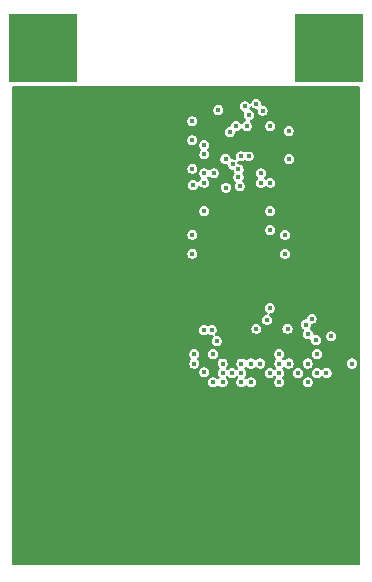
<source format=gbr>
%TF.GenerationSoftware,KiCad,Pcbnew,9.0.4-9.0.4-0~ubuntu24.04.1*%
%TF.CreationDate,2025-08-22T19:02:33+03:00*%
%TF.ProjectId,ThingsCore-1,5468696e-6773-4436-9f72-652d312e6b69,rev?*%
%TF.SameCoordinates,Original*%
%TF.FileFunction,Copper,L5,Inr*%
%TF.FilePolarity,Positive*%
%FSLAX46Y46*%
G04 Gerber Fmt 4.6, Leading zero omitted, Abs format (unit mm)*
G04 Created by KiCad (PCBNEW 9.0.4-9.0.4-0~ubuntu24.04.1) date 2025-08-22 19:02:33*
%MOMM*%
%LPD*%
G01*
G04 APERTURE LIST*
%TA.AperFunction,ComponentPad*%
%ADD10R,5.800000X5.800000*%
%TD*%
%TA.AperFunction,ViaPad*%
%ADD11C,0.450000*%
%TD*%
G04 APERTURE END LIST*
D10*
%TO.N,*%
%TO.C,U1*%
X15307328Y-15308537D03*
X39486338Y-15314455D03*
%TD*%
D11*
%TO.N,/DDR3/DDR_VREF*%
X28000000Y-26900000D03*
%TO.N,1V35_DDR*%
X28950000Y-26700000D03*
%TO.N,GND*%
X29750000Y-28300000D03*
X38500000Y-45200000D03*
X32900000Y-42800000D03*
X31300000Y-42000000D03*
X34600000Y-20600000D03*
X36900000Y-42000000D03*
X27950000Y-26300000D03*
X35800000Y-30300000D03*
X27950000Y-23900000D03*
X35800000Y-31900000D03*
X27950000Y-22300000D03*
X36150000Y-25500000D03*
X29750000Y-21900000D03*
X27400000Y-33500000D03*
X34550000Y-27500000D03*
X34550000Y-25100000D03*
X27950000Y-31900000D03*
X29700000Y-44400000D03*
X27150000Y-41600000D03*
X33750000Y-24300000D03*
X27950000Y-30300000D03*
X34550000Y-25900000D03*
X35800000Y-33500000D03*
X31300000Y-43600000D03*
X37700000Y-44400000D03*
X40100000Y-42800000D03*
X28950000Y-25100000D03*
%TO.N,1V35_DDR*%
X27950000Y-21500000D03*
X35800000Y-32700000D03*
X35800000Y-31100000D03*
X28950000Y-29100000D03*
X33900000Y-20600000D03*
X27950000Y-25500000D03*
X36150000Y-24700000D03*
X27950000Y-31100000D03*
X33750000Y-25900000D03*
X27950000Y-32700000D03*
X27950000Y-23100000D03*
X34550000Y-29100000D03*
X34550000Y-26700000D03*
X28950000Y-24300000D03*
%TO.N,/DDR3/DDR_VREF*%
X34550000Y-30700000D03*
%TO.N,/DDR3/DDR_CKE*%
X37750002Y-39500000D03*
X35300000Y-42800000D03*
%TO.N,/DDR3/DDR_D1*%
X31350000Y-25150000D03*
X28950000Y-42750000D03*
%TO.N,/DDR3/DDR_D13*%
X32370000Y-20220000D03*
X38500000Y-41200000D03*
%TO.N,/DDR3/DDR_D6*%
X29750000Y-25900000D03*
X30500000Y-42800000D03*
%TO.N,/DDR3/DDR_D3*%
X30000000Y-40100000D03*
X32050000Y-24450000D03*
%TO.N,/DDR3/DDR_DQS0N*%
X31850000Y-25573400D03*
X28923400Y-39150000D03*
%TO.N,/DDR3/DDR_DQS1N*%
X38048619Y-38201381D03*
X31114906Y-22388846D03*
%TO.N,/DDR3/DDR_D4*%
X28100000Y-42000000D03*
X30800000Y-27100000D03*
%TO.N,/DDR3/DDR_A4*%
X36000000Y-39050000D03*
X36900000Y-42800000D03*
%TO.N,/DDR3/DDR_A11*%
X34500000Y-37300000D03*
X35300000Y-43600000D03*
%TO.N,/DDR3/DDR_A1*%
X35300000Y-42000000D03*
X34250000Y-38300000D03*
%TO.N,/DDR3/DDR_DQS1P*%
X31612144Y-21891608D03*
X37551381Y-38698619D03*
%TO.N,/DDR3/DDR_D0*%
X30750000Y-24700000D03*
X28100000Y-41200000D03*
%TO.N,/DDR3/DDR_DQS0P*%
X29576600Y-39150000D03*
X31850000Y-26226600D03*
%TO.N,/DDR3/DDR_A13*%
X31300000Y-42800000D03*
%TO.N,/DDR3/DDR_ODT*%
X32900000Y-42000000D03*
%TO.N,/DDR3/DDR_DQM1*%
X28950000Y-23500000D03*
X37700000Y-43600000D03*
%TO.N,/DDR3/DDR_A7*%
X32100000Y-42800000D03*
%TO.N,/DDR3/DDR_D10*%
X38500000Y-42800000D03*
X32550000Y-21900000D03*
%TO.N,/DDR3/DDR_D12*%
X33350000Y-20010000D03*
X39300000Y-42800000D03*
%TO.N,/DDR3/DDR_BA2*%
X32100000Y-43600000D03*
%TO.N,/DDR3/DDR_D15*%
X30150000Y-20550000D03*
X41450000Y-42000000D03*
%TO.N,/DDR3/DDR_A10*%
X33350000Y-39050000D03*
X34500000Y-42800000D03*
%TO.N,/DDR3/DDR_D2*%
X28950000Y-25900000D03*
X30500000Y-43600000D03*
%TO.N,/DDR3/DDR_WEN*%
X32900000Y-43600000D03*
%TO.N,/DDR3/DDR_D8*%
X37700000Y-42000000D03*
X36100000Y-22300000D03*
%TO.N,/DDR3/DDR_A3*%
X32100000Y-42000000D03*
%TO.N,/DDR3/DDR_D5*%
X29700000Y-41200000D03*
X31950000Y-27000000D03*
%TO.N,/DDR3/DDR_D14*%
X34550000Y-21900000D03*
X39700000Y-39700000D03*
%TO.N,/DDR3/DDR_A8*%
X35300000Y-41200000D03*
X36100000Y-42000000D03*
%TO.N,/DDR3/DDR_D7*%
X33750000Y-26700000D03*
X30500000Y-42000000D03*
%TO.N,/DDR3/DDR_D9*%
X32750000Y-20950000D03*
X38400000Y-40000000D03*
%TO.N,/DDR3/DDR_DQM0*%
X29700000Y-43600000D03*
X32700000Y-24450000D03*
%TO.N,/DDR3/DDR_CASN*%
X33700000Y-42000000D03*
%TD*%
%TA.AperFunction,Conductor*%
%TO.N,GND*%
G36*
X42093039Y-18519685D02*
G01*
X42138794Y-18572489D01*
X42150000Y-18624000D01*
X42150000Y-58976000D01*
X42130315Y-59043039D01*
X42077511Y-59088794D01*
X42026000Y-59100000D01*
X12774000Y-59100000D01*
X12706961Y-59080315D01*
X12661206Y-59027511D01*
X12650000Y-58976000D01*
X12650000Y-43543982D01*
X29274500Y-43543982D01*
X29274500Y-43656018D01*
X29303497Y-43764237D01*
X29359515Y-43861263D01*
X29438737Y-43940485D01*
X29535763Y-43996503D01*
X29643982Y-44025500D01*
X29643984Y-44025500D01*
X29756016Y-44025500D01*
X29756018Y-44025500D01*
X29864237Y-43996503D01*
X29961263Y-43940485D01*
X30012319Y-43889429D01*
X30073642Y-43855944D01*
X30143334Y-43860928D01*
X30187681Y-43889429D01*
X30238737Y-43940485D01*
X30335763Y-43996503D01*
X30443982Y-44025500D01*
X30443984Y-44025500D01*
X30556016Y-44025500D01*
X30556018Y-44025500D01*
X30664237Y-43996503D01*
X30761263Y-43940485D01*
X30840485Y-43861263D01*
X30896503Y-43764237D01*
X30925500Y-43656018D01*
X30925500Y-43543982D01*
X30896503Y-43435763D01*
X30840485Y-43338737D01*
X30789429Y-43287681D01*
X30785090Y-43279735D01*
X30777843Y-43274310D01*
X30768608Y-43249550D01*
X30755944Y-43226358D01*
X30756589Y-43217328D01*
X30753426Y-43208846D01*
X30759042Y-43183025D01*
X30760928Y-43156666D01*
X30766746Y-43147612D01*
X30768278Y-43140573D01*
X30789429Y-43112319D01*
X30812319Y-43089429D01*
X30873642Y-43055944D01*
X30943334Y-43060928D01*
X30987681Y-43089429D01*
X31038737Y-43140485D01*
X31135763Y-43196503D01*
X31243982Y-43225500D01*
X31243984Y-43225500D01*
X31356016Y-43225500D01*
X31356018Y-43225500D01*
X31464237Y-43196503D01*
X31561263Y-43140485D01*
X31612319Y-43089429D01*
X31620264Y-43085090D01*
X31625690Y-43077843D01*
X31650449Y-43068608D01*
X31673642Y-43055944D01*
X31682671Y-43056589D01*
X31691154Y-43053426D01*
X31716974Y-43059042D01*
X31743334Y-43060928D01*
X31752387Y-43066746D01*
X31759427Y-43068278D01*
X31787681Y-43089429D01*
X31810571Y-43112319D01*
X31844056Y-43173642D01*
X31839072Y-43243334D01*
X31810571Y-43287681D01*
X31759517Y-43338734D01*
X31759513Y-43338740D01*
X31703498Y-43435760D01*
X31703497Y-43435763D01*
X31674500Y-43543982D01*
X31674500Y-43656018D01*
X31703497Y-43764237D01*
X31759515Y-43861263D01*
X31838737Y-43940485D01*
X31935763Y-43996503D01*
X32043982Y-44025500D01*
X32043984Y-44025500D01*
X32156016Y-44025500D01*
X32156018Y-44025500D01*
X32264237Y-43996503D01*
X32361263Y-43940485D01*
X32412319Y-43889429D01*
X32473642Y-43855944D01*
X32543334Y-43860928D01*
X32587681Y-43889429D01*
X32638737Y-43940485D01*
X32735763Y-43996503D01*
X32843982Y-44025500D01*
X32843984Y-44025500D01*
X32956016Y-44025500D01*
X32956018Y-44025500D01*
X33064237Y-43996503D01*
X33161263Y-43940485D01*
X33240485Y-43861263D01*
X33296503Y-43764237D01*
X33325500Y-43656018D01*
X33325500Y-43543982D01*
X33296503Y-43435763D01*
X33240485Y-43338737D01*
X33161263Y-43259515D01*
X33064237Y-43203497D01*
X32956018Y-43174500D01*
X32843982Y-43174500D01*
X32735763Y-43203497D01*
X32735760Y-43203498D01*
X32638740Y-43259513D01*
X32638734Y-43259517D01*
X32587681Y-43310571D01*
X32579735Y-43314909D01*
X32574310Y-43322157D01*
X32549550Y-43331391D01*
X32526358Y-43344056D01*
X32517328Y-43343410D01*
X32508846Y-43346574D01*
X32483025Y-43340957D01*
X32456666Y-43339072D01*
X32447612Y-43333253D01*
X32440573Y-43331722D01*
X32412319Y-43310571D01*
X32389429Y-43287681D01*
X32355944Y-43226358D01*
X32360928Y-43156666D01*
X32389429Y-43112319D01*
X32412319Y-43089429D01*
X32440485Y-43061263D01*
X32496503Y-42964237D01*
X32525500Y-42856018D01*
X32525500Y-42743982D01*
X34074500Y-42743982D01*
X34074500Y-42856018D01*
X34103497Y-42964237D01*
X34159515Y-43061263D01*
X34238737Y-43140485D01*
X34335763Y-43196503D01*
X34443982Y-43225500D01*
X34443984Y-43225500D01*
X34556016Y-43225500D01*
X34556018Y-43225500D01*
X34664237Y-43196503D01*
X34761263Y-43140485D01*
X34812319Y-43089429D01*
X34820264Y-43085090D01*
X34825690Y-43077843D01*
X34850449Y-43068608D01*
X34873642Y-43055944D01*
X34882671Y-43056589D01*
X34891154Y-43053426D01*
X34916974Y-43059042D01*
X34943334Y-43060928D01*
X34952387Y-43066746D01*
X34959427Y-43068278D01*
X34987681Y-43089429D01*
X35010571Y-43112319D01*
X35044056Y-43173642D01*
X35039072Y-43243334D01*
X35010571Y-43287681D01*
X34959517Y-43338734D01*
X34959513Y-43338740D01*
X34903498Y-43435760D01*
X34903497Y-43435763D01*
X34874500Y-43543982D01*
X34874500Y-43656018D01*
X34903497Y-43764237D01*
X34959515Y-43861263D01*
X35038737Y-43940485D01*
X35135763Y-43996503D01*
X35243982Y-44025500D01*
X35243984Y-44025500D01*
X35356016Y-44025500D01*
X35356018Y-44025500D01*
X35464237Y-43996503D01*
X35561263Y-43940485D01*
X35640485Y-43861263D01*
X35696503Y-43764237D01*
X35725500Y-43656018D01*
X35725500Y-43543982D01*
X37274500Y-43543982D01*
X37274500Y-43656018D01*
X37303497Y-43764237D01*
X37359515Y-43861263D01*
X37438737Y-43940485D01*
X37535763Y-43996503D01*
X37643982Y-44025500D01*
X37643984Y-44025500D01*
X37756016Y-44025500D01*
X37756018Y-44025500D01*
X37864237Y-43996503D01*
X37961263Y-43940485D01*
X38040485Y-43861263D01*
X38096503Y-43764237D01*
X38125500Y-43656018D01*
X38125500Y-43543982D01*
X38096503Y-43435763D01*
X38040485Y-43338737D01*
X37961263Y-43259515D01*
X37864237Y-43203497D01*
X37756018Y-43174500D01*
X37643982Y-43174500D01*
X37535763Y-43203497D01*
X37535760Y-43203498D01*
X37438740Y-43259513D01*
X37438734Y-43259517D01*
X37359517Y-43338734D01*
X37359513Y-43338740D01*
X37303498Y-43435760D01*
X37303497Y-43435763D01*
X37274500Y-43543982D01*
X35725500Y-43543982D01*
X35696503Y-43435763D01*
X35640485Y-43338737D01*
X35589429Y-43287681D01*
X35555944Y-43226358D01*
X35560928Y-43156666D01*
X35589429Y-43112319D01*
X35612319Y-43089429D01*
X35640485Y-43061263D01*
X35696503Y-42964237D01*
X35725500Y-42856018D01*
X35725500Y-42743982D01*
X36474500Y-42743982D01*
X36474500Y-42856018D01*
X36503497Y-42964237D01*
X36559515Y-43061263D01*
X36638737Y-43140485D01*
X36735763Y-43196503D01*
X36843982Y-43225500D01*
X36843984Y-43225500D01*
X36956016Y-43225500D01*
X36956018Y-43225500D01*
X37064237Y-43196503D01*
X37161263Y-43140485D01*
X37240485Y-43061263D01*
X37296503Y-42964237D01*
X37325500Y-42856018D01*
X37325500Y-42743982D01*
X38074500Y-42743982D01*
X38074500Y-42856018D01*
X38103497Y-42964237D01*
X38159515Y-43061263D01*
X38238737Y-43140485D01*
X38335763Y-43196503D01*
X38443982Y-43225500D01*
X38443984Y-43225500D01*
X38556016Y-43225500D01*
X38556018Y-43225500D01*
X38664237Y-43196503D01*
X38761263Y-43140485D01*
X38812319Y-43089429D01*
X38873642Y-43055944D01*
X38943334Y-43060928D01*
X38987681Y-43089429D01*
X39038737Y-43140485D01*
X39135763Y-43196503D01*
X39243982Y-43225500D01*
X39243984Y-43225500D01*
X39356016Y-43225500D01*
X39356018Y-43225500D01*
X39464237Y-43196503D01*
X39561263Y-43140485D01*
X39640485Y-43061263D01*
X39696503Y-42964237D01*
X39725500Y-42856018D01*
X39725500Y-42743982D01*
X39696503Y-42635763D01*
X39640485Y-42538737D01*
X39561263Y-42459515D01*
X39474664Y-42409517D01*
X39464239Y-42403498D01*
X39464238Y-42403497D01*
X39464237Y-42403497D01*
X39356018Y-42374500D01*
X39243982Y-42374500D01*
X39135763Y-42403497D01*
X39135760Y-42403498D01*
X39038740Y-42459513D01*
X39038734Y-42459517D01*
X38987681Y-42510571D01*
X38926358Y-42544056D01*
X38856666Y-42539072D01*
X38812319Y-42510571D01*
X38761265Y-42459517D01*
X38761263Y-42459515D01*
X38674664Y-42409517D01*
X38664239Y-42403498D01*
X38664238Y-42403497D01*
X38664237Y-42403497D01*
X38556018Y-42374500D01*
X38443982Y-42374500D01*
X38335763Y-42403497D01*
X38335760Y-42403498D01*
X38238740Y-42459513D01*
X38238734Y-42459517D01*
X38159517Y-42538734D01*
X38159513Y-42538740D01*
X38103498Y-42635760D01*
X38103497Y-42635763D01*
X38074500Y-42743982D01*
X37325500Y-42743982D01*
X37296503Y-42635763D01*
X37240485Y-42538737D01*
X37161263Y-42459515D01*
X37074664Y-42409517D01*
X37064239Y-42403498D01*
X37064238Y-42403497D01*
X37064237Y-42403497D01*
X36956018Y-42374500D01*
X36843982Y-42374500D01*
X36735763Y-42403497D01*
X36735760Y-42403498D01*
X36638740Y-42459513D01*
X36638734Y-42459517D01*
X36559517Y-42538734D01*
X36559513Y-42538740D01*
X36503498Y-42635760D01*
X36503497Y-42635763D01*
X36474500Y-42743982D01*
X35725500Y-42743982D01*
X35696503Y-42635763D01*
X35640485Y-42538737D01*
X35589429Y-42487681D01*
X35585090Y-42479735D01*
X35577843Y-42474310D01*
X35568608Y-42449550D01*
X35555944Y-42426358D01*
X35556589Y-42417328D01*
X35553426Y-42408846D01*
X35559042Y-42383025D01*
X35560928Y-42356666D01*
X35566746Y-42347612D01*
X35568278Y-42340573D01*
X35589429Y-42312319D01*
X35612319Y-42289429D01*
X35673642Y-42255944D01*
X35743334Y-42260928D01*
X35787681Y-42289429D01*
X35838737Y-42340485D01*
X35935763Y-42396503D01*
X36043982Y-42425500D01*
X36043984Y-42425500D01*
X36156016Y-42425500D01*
X36156018Y-42425500D01*
X36264237Y-42396503D01*
X36361263Y-42340485D01*
X36440485Y-42261263D01*
X36496503Y-42164237D01*
X36525500Y-42056018D01*
X36525500Y-41943982D01*
X37274500Y-41943982D01*
X37274500Y-42056018D01*
X37303497Y-42164237D01*
X37359515Y-42261263D01*
X37438737Y-42340485D01*
X37535763Y-42396503D01*
X37643982Y-42425500D01*
X37643984Y-42425500D01*
X37756016Y-42425500D01*
X37756018Y-42425500D01*
X37864237Y-42396503D01*
X37961263Y-42340485D01*
X38040485Y-42261263D01*
X38096503Y-42164237D01*
X38125500Y-42056018D01*
X38125500Y-41943982D01*
X41024500Y-41943982D01*
X41024500Y-42056018D01*
X41053497Y-42164237D01*
X41109515Y-42261263D01*
X41188737Y-42340485D01*
X41285763Y-42396503D01*
X41393982Y-42425500D01*
X41393984Y-42425500D01*
X41506016Y-42425500D01*
X41506018Y-42425500D01*
X41614237Y-42396503D01*
X41711263Y-42340485D01*
X41790485Y-42261263D01*
X41846503Y-42164237D01*
X41875500Y-42056018D01*
X41875500Y-41943982D01*
X41846503Y-41835763D01*
X41790485Y-41738737D01*
X41711263Y-41659515D01*
X41614237Y-41603497D01*
X41506018Y-41574500D01*
X41393982Y-41574500D01*
X41285763Y-41603497D01*
X41285760Y-41603498D01*
X41188740Y-41659513D01*
X41188734Y-41659517D01*
X41109517Y-41738734D01*
X41109513Y-41738740D01*
X41053498Y-41835760D01*
X41053497Y-41835763D01*
X41024500Y-41943982D01*
X38125500Y-41943982D01*
X38096503Y-41835763D01*
X38040485Y-41738737D01*
X37961263Y-41659515D01*
X37864237Y-41603497D01*
X37756018Y-41574500D01*
X37643982Y-41574500D01*
X37535763Y-41603497D01*
X37535760Y-41603498D01*
X37438740Y-41659513D01*
X37438734Y-41659517D01*
X37359517Y-41738734D01*
X37359513Y-41738740D01*
X37303498Y-41835760D01*
X37303497Y-41835763D01*
X37274500Y-41943982D01*
X36525500Y-41943982D01*
X36496503Y-41835763D01*
X36440485Y-41738737D01*
X36361263Y-41659515D01*
X36264237Y-41603497D01*
X36156018Y-41574500D01*
X36043982Y-41574500D01*
X35935763Y-41603497D01*
X35935760Y-41603498D01*
X35838740Y-41659513D01*
X35838734Y-41659517D01*
X35787681Y-41710571D01*
X35779735Y-41714909D01*
X35774310Y-41722157D01*
X35749550Y-41731391D01*
X35726358Y-41744056D01*
X35717328Y-41743410D01*
X35708846Y-41746574D01*
X35683025Y-41740957D01*
X35656666Y-41739072D01*
X35647612Y-41733253D01*
X35640573Y-41731722D01*
X35612319Y-41710571D01*
X35589429Y-41687681D01*
X35555944Y-41626358D01*
X35560928Y-41556666D01*
X35589429Y-41512319D01*
X35640485Y-41461263D01*
X35696503Y-41364237D01*
X35725500Y-41256018D01*
X35725500Y-41143982D01*
X38074500Y-41143982D01*
X38074500Y-41256018D01*
X38103497Y-41364237D01*
X38159515Y-41461263D01*
X38238737Y-41540485D01*
X38335763Y-41596503D01*
X38443982Y-41625500D01*
X38443984Y-41625500D01*
X38556016Y-41625500D01*
X38556018Y-41625500D01*
X38664237Y-41596503D01*
X38761263Y-41540485D01*
X38840485Y-41461263D01*
X38896503Y-41364237D01*
X38925500Y-41256018D01*
X38925500Y-41143982D01*
X38896503Y-41035763D01*
X38840485Y-40938737D01*
X38761263Y-40859515D01*
X38664237Y-40803497D01*
X38556018Y-40774500D01*
X38443982Y-40774500D01*
X38335763Y-40803497D01*
X38335760Y-40803498D01*
X38238740Y-40859513D01*
X38238734Y-40859517D01*
X38159517Y-40938734D01*
X38159513Y-40938740D01*
X38103498Y-41035760D01*
X38103497Y-41035763D01*
X38074500Y-41143982D01*
X35725500Y-41143982D01*
X35696503Y-41035763D01*
X35640485Y-40938737D01*
X35561263Y-40859515D01*
X35464237Y-40803497D01*
X35356018Y-40774500D01*
X35243982Y-40774500D01*
X35135763Y-40803497D01*
X35135760Y-40803498D01*
X35038740Y-40859513D01*
X35038734Y-40859517D01*
X34959517Y-40938734D01*
X34959513Y-40938740D01*
X34903498Y-41035760D01*
X34903497Y-41035763D01*
X34874500Y-41143982D01*
X34874500Y-41256018D01*
X34903497Y-41364237D01*
X34959515Y-41461263D01*
X34959517Y-41461265D01*
X35010571Y-41512319D01*
X35044056Y-41573642D01*
X35039072Y-41643334D01*
X35010571Y-41687681D01*
X34959517Y-41738734D01*
X34959513Y-41738740D01*
X34903498Y-41835760D01*
X34903497Y-41835763D01*
X34874500Y-41943982D01*
X34874500Y-42056018D01*
X34903497Y-42164237D01*
X34959515Y-42261263D01*
X34959517Y-42261265D01*
X35010571Y-42312319D01*
X35014909Y-42320264D01*
X35022157Y-42325690D01*
X35031391Y-42350449D01*
X35044056Y-42373642D01*
X35043410Y-42382671D01*
X35046574Y-42391154D01*
X35040957Y-42416974D01*
X35039072Y-42443334D01*
X35033253Y-42452387D01*
X35031722Y-42459427D01*
X35010571Y-42487681D01*
X34987681Y-42510571D01*
X34926358Y-42544056D01*
X34856666Y-42539072D01*
X34812319Y-42510571D01*
X34761265Y-42459517D01*
X34761263Y-42459515D01*
X34674664Y-42409517D01*
X34664239Y-42403498D01*
X34664238Y-42403497D01*
X34664237Y-42403497D01*
X34556018Y-42374500D01*
X34443982Y-42374500D01*
X34335763Y-42403497D01*
X34335760Y-42403498D01*
X34238740Y-42459513D01*
X34238734Y-42459517D01*
X34159517Y-42538734D01*
X34159513Y-42538740D01*
X34103498Y-42635760D01*
X34103497Y-42635763D01*
X34074500Y-42743982D01*
X32525500Y-42743982D01*
X32496503Y-42635763D01*
X32440485Y-42538737D01*
X32389429Y-42487681D01*
X32385090Y-42479735D01*
X32377843Y-42474310D01*
X32368608Y-42449550D01*
X32355944Y-42426358D01*
X32356589Y-42417328D01*
X32353426Y-42408846D01*
X32359042Y-42383025D01*
X32360928Y-42356666D01*
X32366746Y-42347612D01*
X32368278Y-42340573D01*
X32389429Y-42312319D01*
X32412319Y-42289429D01*
X32473642Y-42255944D01*
X32543334Y-42260928D01*
X32587681Y-42289429D01*
X32638737Y-42340485D01*
X32735763Y-42396503D01*
X32843982Y-42425500D01*
X32843984Y-42425500D01*
X32956016Y-42425500D01*
X32956018Y-42425500D01*
X33064237Y-42396503D01*
X33161263Y-42340485D01*
X33212319Y-42289429D01*
X33273642Y-42255944D01*
X33343334Y-42260928D01*
X33387681Y-42289429D01*
X33438737Y-42340485D01*
X33535763Y-42396503D01*
X33643982Y-42425500D01*
X33643984Y-42425500D01*
X33756016Y-42425500D01*
X33756018Y-42425500D01*
X33864237Y-42396503D01*
X33961263Y-42340485D01*
X34040485Y-42261263D01*
X34096503Y-42164237D01*
X34125500Y-42056018D01*
X34125500Y-41943982D01*
X34096503Y-41835763D01*
X34040485Y-41738737D01*
X33961263Y-41659515D01*
X33864237Y-41603497D01*
X33756018Y-41574500D01*
X33643982Y-41574500D01*
X33535763Y-41603497D01*
X33535760Y-41603498D01*
X33438740Y-41659513D01*
X33438734Y-41659517D01*
X33387681Y-41710571D01*
X33326358Y-41744056D01*
X33256666Y-41739072D01*
X33212319Y-41710571D01*
X33161265Y-41659517D01*
X33161263Y-41659515D01*
X33064237Y-41603497D01*
X32956018Y-41574500D01*
X32843982Y-41574500D01*
X32735763Y-41603497D01*
X32735760Y-41603498D01*
X32638740Y-41659513D01*
X32638734Y-41659517D01*
X32587681Y-41710571D01*
X32526358Y-41744056D01*
X32456666Y-41739072D01*
X32412319Y-41710571D01*
X32361265Y-41659517D01*
X32361263Y-41659515D01*
X32264237Y-41603497D01*
X32156018Y-41574500D01*
X32043982Y-41574500D01*
X31935763Y-41603497D01*
X31935760Y-41603498D01*
X31838740Y-41659513D01*
X31838734Y-41659517D01*
X31759517Y-41738734D01*
X31759513Y-41738740D01*
X31703498Y-41835760D01*
X31703497Y-41835763D01*
X31674500Y-41943982D01*
X31674500Y-42056018D01*
X31703497Y-42164237D01*
X31759515Y-42261263D01*
X31759517Y-42261265D01*
X31810571Y-42312319D01*
X31814909Y-42320264D01*
X31822157Y-42325690D01*
X31831391Y-42350449D01*
X31844056Y-42373642D01*
X31843410Y-42382671D01*
X31846574Y-42391154D01*
X31840957Y-42416974D01*
X31839072Y-42443334D01*
X31833253Y-42452387D01*
X31831722Y-42459427D01*
X31810571Y-42487681D01*
X31787681Y-42510571D01*
X31726358Y-42544056D01*
X31656666Y-42539072D01*
X31612319Y-42510571D01*
X31561265Y-42459517D01*
X31561263Y-42459515D01*
X31474664Y-42409517D01*
X31464239Y-42403498D01*
X31464238Y-42403497D01*
X31464237Y-42403497D01*
X31356018Y-42374500D01*
X31243982Y-42374500D01*
X31135763Y-42403497D01*
X31135760Y-42403498D01*
X31038740Y-42459513D01*
X31038734Y-42459517D01*
X30987681Y-42510571D01*
X30979735Y-42514909D01*
X30974310Y-42522157D01*
X30949550Y-42531391D01*
X30926358Y-42544056D01*
X30917328Y-42543410D01*
X30908846Y-42546574D01*
X30883025Y-42540957D01*
X30856666Y-42539072D01*
X30847612Y-42533253D01*
X30840573Y-42531722D01*
X30812319Y-42510571D01*
X30789429Y-42487681D01*
X30755944Y-42426358D01*
X30760928Y-42356666D01*
X30789429Y-42312319D01*
X30812319Y-42289429D01*
X30840485Y-42261263D01*
X30896503Y-42164237D01*
X30925500Y-42056018D01*
X30925500Y-41943982D01*
X30896503Y-41835763D01*
X30840485Y-41738737D01*
X30761263Y-41659515D01*
X30664237Y-41603497D01*
X30556018Y-41574500D01*
X30443982Y-41574500D01*
X30335763Y-41603497D01*
X30335760Y-41603498D01*
X30238740Y-41659513D01*
X30238734Y-41659517D01*
X30159517Y-41738734D01*
X30159513Y-41738740D01*
X30103498Y-41835760D01*
X30103497Y-41835763D01*
X30074500Y-41943982D01*
X30074500Y-42056018D01*
X30103497Y-42164237D01*
X30159515Y-42261263D01*
X30159517Y-42261265D01*
X30210571Y-42312319D01*
X30244056Y-42373642D01*
X30239072Y-42443334D01*
X30210571Y-42487681D01*
X30159517Y-42538734D01*
X30159513Y-42538740D01*
X30103498Y-42635760D01*
X30103497Y-42635763D01*
X30074500Y-42743982D01*
X30074500Y-42856018D01*
X30103497Y-42964237D01*
X30159515Y-43061263D01*
X30159517Y-43061265D01*
X30210571Y-43112319D01*
X30214909Y-43120264D01*
X30222157Y-43125690D01*
X30231391Y-43150449D01*
X30244056Y-43173642D01*
X30243410Y-43182671D01*
X30246574Y-43191154D01*
X30240957Y-43216974D01*
X30239072Y-43243334D01*
X30233253Y-43252387D01*
X30231722Y-43259427D01*
X30210571Y-43287681D01*
X30187681Y-43310571D01*
X30126358Y-43344056D01*
X30056666Y-43339072D01*
X30012319Y-43310571D01*
X29961265Y-43259517D01*
X29961263Y-43259515D01*
X29864237Y-43203497D01*
X29756018Y-43174500D01*
X29643982Y-43174500D01*
X29535763Y-43203497D01*
X29535760Y-43203498D01*
X29438740Y-43259513D01*
X29438734Y-43259517D01*
X29359517Y-43338734D01*
X29359513Y-43338740D01*
X29303498Y-43435760D01*
X29303497Y-43435763D01*
X29274500Y-43543982D01*
X12650000Y-43543982D01*
X12650000Y-42693982D01*
X28524500Y-42693982D01*
X28524500Y-42806018D01*
X28553497Y-42914237D01*
X28609515Y-43011263D01*
X28688737Y-43090485D01*
X28785763Y-43146503D01*
X28893982Y-43175500D01*
X28893984Y-43175500D01*
X29006016Y-43175500D01*
X29006018Y-43175500D01*
X29114237Y-43146503D01*
X29211263Y-43090485D01*
X29290485Y-43011263D01*
X29346503Y-42914237D01*
X29375500Y-42806018D01*
X29375500Y-42693982D01*
X29346503Y-42585763D01*
X29290485Y-42488737D01*
X29211263Y-42409515D01*
X29114237Y-42353497D01*
X29006018Y-42324500D01*
X28893982Y-42324500D01*
X28785763Y-42353497D01*
X28785760Y-42353498D01*
X28688740Y-42409513D01*
X28688734Y-42409517D01*
X28609517Y-42488734D01*
X28609513Y-42488740D01*
X28553498Y-42585760D01*
X28553497Y-42585763D01*
X28524500Y-42693982D01*
X12650000Y-42693982D01*
X12650000Y-41143982D01*
X27674500Y-41143982D01*
X27674500Y-41256018D01*
X27703497Y-41364237D01*
X27759515Y-41461263D01*
X27759517Y-41461265D01*
X27810571Y-41512319D01*
X27844056Y-41573642D01*
X27839072Y-41643334D01*
X27810571Y-41687681D01*
X27759517Y-41738734D01*
X27759513Y-41738740D01*
X27703498Y-41835760D01*
X27703497Y-41835763D01*
X27674500Y-41943982D01*
X27674500Y-42056018D01*
X27703497Y-42164237D01*
X27759515Y-42261263D01*
X27838737Y-42340485D01*
X27935763Y-42396503D01*
X28043982Y-42425500D01*
X28043984Y-42425500D01*
X28156016Y-42425500D01*
X28156018Y-42425500D01*
X28264237Y-42396503D01*
X28361263Y-42340485D01*
X28440485Y-42261263D01*
X28496503Y-42164237D01*
X28525500Y-42056018D01*
X28525500Y-41943982D01*
X28496503Y-41835763D01*
X28440485Y-41738737D01*
X28389429Y-41687681D01*
X28355944Y-41626358D01*
X28360928Y-41556666D01*
X28389429Y-41512319D01*
X28440485Y-41461263D01*
X28496503Y-41364237D01*
X28525500Y-41256018D01*
X28525500Y-41143982D01*
X29274500Y-41143982D01*
X29274500Y-41256018D01*
X29303497Y-41364237D01*
X29359515Y-41461263D01*
X29438737Y-41540485D01*
X29535763Y-41596503D01*
X29643982Y-41625500D01*
X29643984Y-41625500D01*
X29756016Y-41625500D01*
X29756018Y-41625500D01*
X29864237Y-41596503D01*
X29961263Y-41540485D01*
X30040485Y-41461263D01*
X30096503Y-41364237D01*
X30125500Y-41256018D01*
X30125500Y-41143982D01*
X30096503Y-41035763D01*
X30040485Y-40938737D01*
X29961263Y-40859515D01*
X29864237Y-40803497D01*
X29756018Y-40774500D01*
X29643982Y-40774500D01*
X29535763Y-40803497D01*
X29535760Y-40803498D01*
X29438740Y-40859513D01*
X29438734Y-40859517D01*
X29359517Y-40938734D01*
X29359513Y-40938740D01*
X29303498Y-41035760D01*
X29303497Y-41035763D01*
X29274500Y-41143982D01*
X28525500Y-41143982D01*
X28496503Y-41035763D01*
X28440485Y-40938737D01*
X28361263Y-40859515D01*
X28264237Y-40803497D01*
X28156018Y-40774500D01*
X28043982Y-40774500D01*
X27935763Y-40803497D01*
X27935760Y-40803498D01*
X27838740Y-40859513D01*
X27838734Y-40859517D01*
X27759517Y-40938734D01*
X27759513Y-40938740D01*
X27703498Y-41035760D01*
X27703497Y-41035763D01*
X27674500Y-41143982D01*
X12650000Y-41143982D01*
X12650000Y-39093982D01*
X28497900Y-39093982D01*
X28497900Y-39206018D01*
X28526897Y-39314237D01*
X28582915Y-39411263D01*
X28662137Y-39490485D01*
X28759163Y-39546503D01*
X28867382Y-39575500D01*
X28867384Y-39575500D01*
X28979416Y-39575500D01*
X28979418Y-39575500D01*
X29087637Y-39546503D01*
X29184663Y-39490485D01*
X29184663Y-39490484D01*
X29188000Y-39488558D01*
X29255900Y-39472085D01*
X29312000Y-39488558D01*
X29315336Y-39490484D01*
X29315337Y-39490485D01*
X29412363Y-39546503D01*
X29520582Y-39575500D01*
X29520584Y-39575500D01*
X29623390Y-39575500D01*
X29690429Y-39595185D01*
X29736184Y-39647989D01*
X29746128Y-39717147D01*
X29717103Y-39780703D01*
X29711071Y-39787181D01*
X29659517Y-39838734D01*
X29659513Y-39838740D01*
X29603498Y-39935760D01*
X29603497Y-39935763D01*
X29574500Y-40043982D01*
X29574500Y-40156018D01*
X29603497Y-40264237D01*
X29659515Y-40361263D01*
X29738737Y-40440485D01*
X29835763Y-40496503D01*
X29943982Y-40525500D01*
X29943984Y-40525500D01*
X30056016Y-40525500D01*
X30056018Y-40525500D01*
X30164237Y-40496503D01*
X30261263Y-40440485D01*
X30340485Y-40361263D01*
X30396503Y-40264237D01*
X30425500Y-40156018D01*
X30425500Y-40043982D01*
X30396503Y-39935763D01*
X30340485Y-39838737D01*
X30261263Y-39759515D01*
X30196579Y-39722169D01*
X30164239Y-39703498D01*
X30164238Y-39703497D01*
X30164237Y-39703497D01*
X30056018Y-39674500D01*
X29953210Y-39674500D01*
X29886171Y-39654815D01*
X29840416Y-39602011D01*
X29830472Y-39532853D01*
X29859497Y-39469297D01*
X29865529Y-39462819D01*
X29889614Y-39438734D01*
X29917085Y-39411263D01*
X29973103Y-39314237D01*
X30002100Y-39206018D01*
X30002100Y-39093982D01*
X29975305Y-38993982D01*
X32924500Y-38993982D01*
X32924500Y-39106018D01*
X32953497Y-39214237D01*
X33009515Y-39311263D01*
X33088737Y-39390485D01*
X33185763Y-39446503D01*
X33293982Y-39475500D01*
X33293984Y-39475500D01*
X33406016Y-39475500D01*
X33406018Y-39475500D01*
X33514237Y-39446503D01*
X33611263Y-39390485D01*
X33690485Y-39311263D01*
X33746503Y-39214237D01*
X33775500Y-39106018D01*
X33775500Y-38993982D01*
X35574500Y-38993982D01*
X35574500Y-39106018D01*
X35603497Y-39214237D01*
X35659515Y-39311263D01*
X35738737Y-39390485D01*
X35835763Y-39446503D01*
X35943982Y-39475500D01*
X35943984Y-39475500D01*
X36056016Y-39475500D01*
X36056018Y-39475500D01*
X36164237Y-39446503D01*
X36261263Y-39390485D01*
X36340485Y-39311263D01*
X36396503Y-39214237D01*
X36425500Y-39106018D01*
X36425500Y-38993982D01*
X36396503Y-38885763D01*
X36340485Y-38788737D01*
X36261263Y-38709515D01*
X36164237Y-38653497D01*
X36123572Y-38642601D01*
X37125881Y-38642601D01*
X37125881Y-38754637D01*
X37154878Y-38862856D01*
X37210896Y-38959882D01*
X37290118Y-39039104D01*
X37342485Y-39069338D01*
X37358723Y-39078713D01*
X37406939Y-39129280D01*
X37420162Y-39197887D01*
X37404111Y-39248099D01*
X37353499Y-39335762D01*
X37353499Y-39335763D01*
X37324502Y-39443982D01*
X37324502Y-39556018D01*
X37353499Y-39664237D01*
X37409517Y-39761263D01*
X37488739Y-39840485D01*
X37585765Y-39896503D01*
X37693984Y-39925500D01*
X37693986Y-39925500D01*
X37806018Y-39925500D01*
X37806020Y-39925500D01*
X37818406Y-39922181D01*
X37888254Y-39923842D01*
X37946117Y-39963003D01*
X37973623Y-40027231D01*
X37974500Y-40041955D01*
X37974500Y-40056018D01*
X38003497Y-40164237D01*
X38059515Y-40261263D01*
X38138737Y-40340485D01*
X38235763Y-40396503D01*
X38343982Y-40425500D01*
X38343984Y-40425500D01*
X38456016Y-40425500D01*
X38456018Y-40425500D01*
X38564237Y-40396503D01*
X38661263Y-40340485D01*
X38740485Y-40261263D01*
X38796503Y-40164237D01*
X38825500Y-40056018D01*
X38825500Y-39943982D01*
X38796503Y-39835763D01*
X38740485Y-39738737D01*
X38661263Y-39659515D01*
X38634359Y-39643982D01*
X39274500Y-39643982D01*
X39274500Y-39756018D01*
X39303497Y-39864237D01*
X39359515Y-39961263D01*
X39438737Y-40040485D01*
X39535763Y-40096503D01*
X39643982Y-40125500D01*
X39643984Y-40125500D01*
X39756016Y-40125500D01*
X39756018Y-40125500D01*
X39864237Y-40096503D01*
X39961263Y-40040485D01*
X40040485Y-39961263D01*
X40096503Y-39864237D01*
X40125500Y-39756018D01*
X40125500Y-39643982D01*
X40096503Y-39535763D01*
X40040485Y-39438737D01*
X39961263Y-39359515D01*
X39882839Y-39314237D01*
X39864239Y-39303498D01*
X39864238Y-39303497D01*
X39864237Y-39303497D01*
X39756018Y-39274500D01*
X39643982Y-39274500D01*
X39535763Y-39303497D01*
X39535760Y-39303498D01*
X39438740Y-39359513D01*
X39438734Y-39359517D01*
X39359517Y-39438734D01*
X39359513Y-39438740D01*
X39303498Y-39535760D01*
X39303497Y-39535763D01*
X39274500Y-39643982D01*
X38634359Y-39643982D01*
X38564237Y-39603497D01*
X38456018Y-39574500D01*
X38343982Y-39574500D01*
X38331591Y-39577819D01*
X38261743Y-39576155D01*
X38203881Y-39536991D01*
X38176379Y-39472762D01*
X38175502Y-39458044D01*
X38175502Y-39443984D01*
X38175502Y-39443982D01*
X38146505Y-39335763D01*
X38090487Y-39238737D01*
X38011265Y-39159515D01*
X37976338Y-39139350D01*
X37942659Y-39119905D01*
X37894443Y-39069338D01*
X37881221Y-39000731D01*
X37897272Y-38950518D01*
X37947884Y-38862856D01*
X37976881Y-38754637D01*
X37976881Y-38750881D01*
X37977777Y-38747829D01*
X37977942Y-38746577D01*
X37978137Y-38746602D01*
X37996566Y-38683842D01*
X38049370Y-38638087D01*
X38100881Y-38626881D01*
X38104635Y-38626881D01*
X38104637Y-38626881D01*
X38212856Y-38597884D01*
X38309882Y-38541866D01*
X38389104Y-38462644D01*
X38445122Y-38365618D01*
X38474119Y-38257399D01*
X38474119Y-38145363D01*
X38445122Y-38037144D01*
X38389104Y-37940118D01*
X38309882Y-37860896D01*
X38212856Y-37804878D01*
X38104637Y-37775881D01*
X37992601Y-37775881D01*
X37884382Y-37804878D01*
X37884379Y-37804879D01*
X37787359Y-37860894D01*
X37787353Y-37860898D01*
X37708136Y-37940115D01*
X37708132Y-37940121D01*
X37652117Y-38037141D01*
X37652116Y-38037144D01*
X37623119Y-38145363D01*
X37623119Y-38149119D01*
X37622222Y-38152170D01*
X37622058Y-38153423D01*
X37621862Y-38153397D01*
X37603434Y-38216158D01*
X37550630Y-38261913D01*
X37499119Y-38273119D01*
X37495363Y-38273119D01*
X37387144Y-38302116D01*
X37387141Y-38302117D01*
X37290121Y-38358132D01*
X37290115Y-38358136D01*
X37210898Y-38437353D01*
X37210894Y-38437359D01*
X37154879Y-38534379D01*
X37154878Y-38534382D01*
X37125881Y-38642601D01*
X36123572Y-38642601D01*
X36056018Y-38624500D01*
X35943982Y-38624500D01*
X35835763Y-38653497D01*
X35835760Y-38653498D01*
X35738740Y-38709513D01*
X35738734Y-38709517D01*
X35659517Y-38788734D01*
X35659513Y-38788740D01*
X35603498Y-38885760D01*
X35603497Y-38885763D01*
X35574500Y-38993982D01*
X33775500Y-38993982D01*
X33746503Y-38885763D01*
X33690485Y-38788737D01*
X33611263Y-38709515D01*
X33514237Y-38653497D01*
X33406018Y-38624500D01*
X33293982Y-38624500D01*
X33185763Y-38653497D01*
X33185760Y-38653498D01*
X33088740Y-38709513D01*
X33088734Y-38709517D01*
X33009517Y-38788734D01*
X33009513Y-38788740D01*
X32953498Y-38885760D01*
X32953497Y-38885763D01*
X32924500Y-38993982D01*
X29975305Y-38993982D01*
X29973103Y-38985763D01*
X29917085Y-38888737D01*
X29837863Y-38809515D01*
X29740837Y-38753497D01*
X29632618Y-38724500D01*
X29520582Y-38724500D01*
X29412363Y-38753497D01*
X29412360Y-38753498D01*
X29312000Y-38811441D01*
X29244099Y-38827914D01*
X29188000Y-38811441D01*
X29087639Y-38753498D01*
X29087638Y-38753497D01*
X29087637Y-38753497D01*
X28979418Y-38724500D01*
X28867382Y-38724500D01*
X28759163Y-38753497D01*
X28759160Y-38753498D01*
X28662140Y-38809513D01*
X28662134Y-38809517D01*
X28582917Y-38888734D01*
X28582913Y-38888740D01*
X28526898Y-38985760D01*
X28526897Y-38985763D01*
X28497900Y-39093982D01*
X12650000Y-39093982D01*
X12650000Y-38243982D01*
X33824500Y-38243982D01*
X33824500Y-38356018D01*
X33853497Y-38464237D01*
X33909515Y-38561263D01*
X33988737Y-38640485D01*
X34085763Y-38696503D01*
X34193982Y-38725500D01*
X34193984Y-38725500D01*
X34306016Y-38725500D01*
X34306018Y-38725500D01*
X34414237Y-38696503D01*
X34511263Y-38640485D01*
X34590485Y-38561263D01*
X34646503Y-38464237D01*
X34675500Y-38356018D01*
X34675500Y-38243982D01*
X34646503Y-38135763D01*
X34590485Y-38038737D01*
X34511263Y-37959515D01*
X34511260Y-37959513D01*
X34511259Y-37959512D01*
X34505861Y-37956396D01*
X34457646Y-37905828D01*
X34444425Y-37837221D01*
X34470394Y-37772356D01*
X34527309Y-37731829D01*
X34551680Y-37726071D01*
X34556015Y-37725500D01*
X34556018Y-37725500D01*
X34664237Y-37696503D01*
X34761263Y-37640485D01*
X34840485Y-37561263D01*
X34896503Y-37464237D01*
X34925500Y-37356018D01*
X34925500Y-37243982D01*
X34896503Y-37135763D01*
X34840485Y-37038737D01*
X34761263Y-36959515D01*
X34664237Y-36903497D01*
X34556018Y-36874500D01*
X34443982Y-36874500D01*
X34335763Y-36903497D01*
X34335760Y-36903498D01*
X34238740Y-36959513D01*
X34238734Y-36959517D01*
X34159517Y-37038734D01*
X34159513Y-37038740D01*
X34103498Y-37135760D01*
X34103497Y-37135763D01*
X34074500Y-37243982D01*
X34074500Y-37356018D01*
X34103497Y-37464237D01*
X34159515Y-37561263D01*
X34238737Y-37640485D01*
X34241443Y-37642047D01*
X34244135Y-37643602D01*
X34292351Y-37694168D01*
X34305575Y-37762775D01*
X34279607Y-37827640D01*
X34222693Y-37868169D01*
X34198330Y-37873927D01*
X34193986Y-37874499D01*
X34085763Y-37903497D01*
X34085760Y-37903498D01*
X33988740Y-37959513D01*
X33988734Y-37959517D01*
X33909517Y-38038734D01*
X33909513Y-38038740D01*
X33853498Y-38135760D01*
X33853497Y-38135763D01*
X33824500Y-38243982D01*
X12650000Y-38243982D01*
X12650000Y-32643982D01*
X27524500Y-32643982D01*
X27524500Y-32756018D01*
X27553497Y-32864237D01*
X27609515Y-32961263D01*
X27688737Y-33040485D01*
X27785763Y-33096503D01*
X27893982Y-33125500D01*
X27893984Y-33125500D01*
X28006016Y-33125500D01*
X28006018Y-33125500D01*
X28114237Y-33096503D01*
X28211263Y-33040485D01*
X28290485Y-32961263D01*
X28346503Y-32864237D01*
X28375500Y-32756018D01*
X28375500Y-32643982D01*
X35374500Y-32643982D01*
X35374500Y-32756018D01*
X35403497Y-32864237D01*
X35459515Y-32961263D01*
X35538737Y-33040485D01*
X35635763Y-33096503D01*
X35743982Y-33125500D01*
X35743984Y-33125500D01*
X35856016Y-33125500D01*
X35856018Y-33125500D01*
X35964237Y-33096503D01*
X36061263Y-33040485D01*
X36140485Y-32961263D01*
X36196503Y-32864237D01*
X36225500Y-32756018D01*
X36225500Y-32643982D01*
X36196503Y-32535763D01*
X36140485Y-32438737D01*
X36061263Y-32359515D01*
X35964237Y-32303497D01*
X35856018Y-32274500D01*
X35743982Y-32274500D01*
X35635763Y-32303497D01*
X35635760Y-32303498D01*
X35538740Y-32359513D01*
X35538734Y-32359517D01*
X35459517Y-32438734D01*
X35459513Y-32438740D01*
X35403498Y-32535760D01*
X35403497Y-32535763D01*
X35374500Y-32643982D01*
X28375500Y-32643982D01*
X28346503Y-32535763D01*
X28290485Y-32438737D01*
X28211263Y-32359515D01*
X28114237Y-32303497D01*
X28006018Y-32274500D01*
X27893982Y-32274500D01*
X27785763Y-32303497D01*
X27785760Y-32303498D01*
X27688740Y-32359513D01*
X27688734Y-32359517D01*
X27609517Y-32438734D01*
X27609513Y-32438740D01*
X27553498Y-32535760D01*
X27553497Y-32535763D01*
X27524500Y-32643982D01*
X12650000Y-32643982D01*
X12650000Y-31043982D01*
X27524500Y-31043982D01*
X27524500Y-31156018D01*
X27553497Y-31264237D01*
X27609515Y-31361263D01*
X27688737Y-31440485D01*
X27785763Y-31496503D01*
X27893982Y-31525500D01*
X27893984Y-31525500D01*
X28006016Y-31525500D01*
X28006018Y-31525500D01*
X28114237Y-31496503D01*
X28211263Y-31440485D01*
X28290485Y-31361263D01*
X28346503Y-31264237D01*
X28375500Y-31156018D01*
X28375500Y-31043982D01*
X28346503Y-30935763D01*
X28290485Y-30838737D01*
X28211263Y-30759515D01*
X28114237Y-30703497D01*
X28006018Y-30674500D01*
X27893982Y-30674500D01*
X27785763Y-30703497D01*
X27785760Y-30703498D01*
X27688740Y-30759513D01*
X27688734Y-30759517D01*
X27609517Y-30838734D01*
X27609513Y-30838740D01*
X27553498Y-30935760D01*
X27553497Y-30935763D01*
X27524500Y-31043982D01*
X12650000Y-31043982D01*
X12650000Y-30643982D01*
X34124500Y-30643982D01*
X34124500Y-30756018D01*
X34153497Y-30864237D01*
X34209515Y-30961263D01*
X34288737Y-31040485D01*
X34385763Y-31096503D01*
X34493982Y-31125500D01*
X34493984Y-31125500D01*
X34606016Y-31125500D01*
X34606018Y-31125500D01*
X34714237Y-31096503D01*
X34805206Y-31043982D01*
X35374500Y-31043982D01*
X35374500Y-31156018D01*
X35403497Y-31264237D01*
X35459515Y-31361263D01*
X35538737Y-31440485D01*
X35635763Y-31496503D01*
X35743982Y-31525500D01*
X35743984Y-31525500D01*
X35856016Y-31525500D01*
X35856018Y-31525500D01*
X35964237Y-31496503D01*
X36061263Y-31440485D01*
X36140485Y-31361263D01*
X36196503Y-31264237D01*
X36225500Y-31156018D01*
X36225500Y-31043982D01*
X36196503Y-30935763D01*
X36140485Y-30838737D01*
X36061263Y-30759515D01*
X35964237Y-30703497D01*
X35856018Y-30674500D01*
X35743982Y-30674500D01*
X35635763Y-30703497D01*
X35635760Y-30703498D01*
X35538740Y-30759513D01*
X35538734Y-30759517D01*
X35459517Y-30838734D01*
X35459513Y-30838740D01*
X35403498Y-30935760D01*
X35403497Y-30935763D01*
X35374500Y-31043982D01*
X34805206Y-31043982D01*
X34811263Y-31040485D01*
X34890485Y-30961263D01*
X34946503Y-30864237D01*
X34975500Y-30756018D01*
X34975500Y-30643982D01*
X34946503Y-30535763D01*
X34890485Y-30438737D01*
X34811263Y-30359515D01*
X34714237Y-30303497D01*
X34606018Y-30274500D01*
X34493982Y-30274500D01*
X34385763Y-30303497D01*
X34385760Y-30303498D01*
X34288740Y-30359513D01*
X34288734Y-30359517D01*
X34209517Y-30438734D01*
X34209513Y-30438740D01*
X34153498Y-30535760D01*
X34153497Y-30535763D01*
X34124500Y-30643982D01*
X12650000Y-30643982D01*
X12650000Y-29043982D01*
X28524500Y-29043982D01*
X28524500Y-29156018D01*
X28553497Y-29264237D01*
X28609515Y-29361263D01*
X28688737Y-29440485D01*
X28785763Y-29496503D01*
X28893982Y-29525500D01*
X28893984Y-29525500D01*
X29006016Y-29525500D01*
X29006018Y-29525500D01*
X29114237Y-29496503D01*
X29211263Y-29440485D01*
X29290485Y-29361263D01*
X29346503Y-29264237D01*
X29375500Y-29156018D01*
X29375500Y-29043982D01*
X34124500Y-29043982D01*
X34124500Y-29156018D01*
X34153497Y-29264237D01*
X34209515Y-29361263D01*
X34288737Y-29440485D01*
X34385763Y-29496503D01*
X34493982Y-29525500D01*
X34493984Y-29525500D01*
X34606016Y-29525500D01*
X34606018Y-29525500D01*
X34714237Y-29496503D01*
X34811263Y-29440485D01*
X34890485Y-29361263D01*
X34946503Y-29264237D01*
X34975500Y-29156018D01*
X34975500Y-29043982D01*
X34946503Y-28935763D01*
X34890485Y-28838737D01*
X34811263Y-28759515D01*
X34714237Y-28703497D01*
X34606018Y-28674500D01*
X34493982Y-28674500D01*
X34385763Y-28703497D01*
X34385760Y-28703498D01*
X34288740Y-28759513D01*
X34288734Y-28759517D01*
X34209517Y-28838734D01*
X34209513Y-28838740D01*
X34153498Y-28935760D01*
X34153497Y-28935763D01*
X34124500Y-29043982D01*
X29375500Y-29043982D01*
X29346503Y-28935763D01*
X29290485Y-28838737D01*
X29211263Y-28759515D01*
X29114237Y-28703497D01*
X29006018Y-28674500D01*
X28893982Y-28674500D01*
X28785763Y-28703497D01*
X28785760Y-28703498D01*
X28688740Y-28759513D01*
X28688734Y-28759517D01*
X28609517Y-28838734D01*
X28609513Y-28838740D01*
X28553498Y-28935760D01*
X28553497Y-28935763D01*
X28524500Y-29043982D01*
X12650000Y-29043982D01*
X12650000Y-26843982D01*
X27574500Y-26843982D01*
X27574500Y-26956018D01*
X27603497Y-27064237D01*
X27659515Y-27161263D01*
X27738737Y-27240485D01*
X27835763Y-27296503D01*
X27943982Y-27325500D01*
X27943984Y-27325500D01*
X28056016Y-27325500D01*
X28056018Y-27325500D01*
X28164237Y-27296503D01*
X28261263Y-27240485D01*
X28340485Y-27161263D01*
X28396503Y-27064237D01*
X28407691Y-27022480D01*
X28444054Y-26962822D01*
X28506900Y-26932292D01*
X28576276Y-26940586D01*
X28615146Y-26966894D01*
X28688737Y-27040485D01*
X28785763Y-27096503D01*
X28893982Y-27125500D01*
X28893984Y-27125500D01*
X29006016Y-27125500D01*
X29006018Y-27125500D01*
X29114237Y-27096503D01*
X29205206Y-27043982D01*
X30374500Y-27043982D01*
X30374500Y-27156018D01*
X30403497Y-27264237D01*
X30459515Y-27361263D01*
X30538737Y-27440485D01*
X30635763Y-27496503D01*
X30743982Y-27525500D01*
X30743984Y-27525500D01*
X30856016Y-27525500D01*
X30856018Y-27525500D01*
X30964237Y-27496503D01*
X31061263Y-27440485D01*
X31140485Y-27361263D01*
X31196503Y-27264237D01*
X31225500Y-27156018D01*
X31225500Y-27043982D01*
X31196503Y-26935763D01*
X31140485Y-26838737D01*
X31061263Y-26759515D01*
X30964237Y-26703497D01*
X30856018Y-26674500D01*
X30743982Y-26674500D01*
X30635763Y-26703497D01*
X30635760Y-26703498D01*
X30538740Y-26759513D01*
X30538734Y-26759517D01*
X30459517Y-26838734D01*
X30459513Y-26838740D01*
X30403498Y-26935760D01*
X30403497Y-26935763D01*
X30374500Y-27043982D01*
X29205206Y-27043982D01*
X29211263Y-27040485D01*
X29290485Y-26961263D01*
X29346503Y-26864237D01*
X29375500Y-26756018D01*
X29375500Y-26643982D01*
X29346503Y-26535763D01*
X29290485Y-26438737D01*
X29239429Y-26387681D01*
X29235090Y-26379735D01*
X29227843Y-26374310D01*
X29218608Y-26349550D01*
X29205944Y-26326358D01*
X29206589Y-26317328D01*
X29203426Y-26308846D01*
X29209042Y-26283025D01*
X29210928Y-26256666D01*
X29216746Y-26247612D01*
X29218278Y-26240573D01*
X29239429Y-26212319D01*
X29262319Y-26189429D01*
X29323642Y-26155944D01*
X29393334Y-26160928D01*
X29437681Y-26189429D01*
X29488737Y-26240485D01*
X29585763Y-26296503D01*
X29693982Y-26325500D01*
X29693984Y-26325500D01*
X29806016Y-26325500D01*
X29806018Y-26325500D01*
X29914237Y-26296503D01*
X30011263Y-26240485D01*
X30090485Y-26161263D01*
X30146503Y-26064237D01*
X30175500Y-25956018D01*
X30175500Y-25843982D01*
X30146503Y-25735763D01*
X30090485Y-25638737D01*
X30011263Y-25559515D01*
X29914237Y-25503497D01*
X29806018Y-25474500D01*
X29693982Y-25474500D01*
X29585763Y-25503497D01*
X29585760Y-25503498D01*
X29488740Y-25559513D01*
X29488734Y-25559517D01*
X29437681Y-25610571D01*
X29376358Y-25644056D01*
X29306666Y-25639072D01*
X29262319Y-25610571D01*
X29211265Y-25559517D01*
X29211263Y-25559515D01*
X29114237Y-25503497D01*
X29006018Y-25474500D01*
X28893982Y-25474500D01*
X28785763Y-25503497D01*
X28785760Y-25503498D01*
X28688740Y-25559513D01*
X28688734Y-25559517D01*
X28609517Y-25638734D01*
X28609515Y-25638737D01*
X28606701Y-25643610D01*
X28606699Y-25643613D01*
X28553497Y-25735763D01*
X28524500Y-25843982D01*
X28524500Y-25956018D01*
X28553497Y-26064237D01*
X28609515Y-26161263D01*
X28609517Y-26161265D01*
X28660571Y-26212319D01*
X28694056Y-26273642D01*
X28689072Y-26343334D01*
X28660571Y-26387681D01*
X28609517Y-26438734D01*
X28609513Y-26438740D01*
X28553498Y-26535760D01*
X28553497Y-26535761D01*
X28550000Y-26548814D01*
X28543565Y-26572832D01*
X28542309Y-26577518D01*
X28505943Y-26637179D01*
X28443096Y-26667707D01*
X28373721Y-26659412D01*
X28334853Y-26633105D01*
X28261265Y-26559517D01*
X28261263Y-26559515D01*
X28164237Y-26503497D01*
X28056018Y-26474500D01*
X27943982Y-26474500D01*
X27835763Y-26503497D01*
X27835760Y-26503498D01*
X27738740Y-26559513D01*
X27738734Y-26559517D01*
X27659517Y-26638734D01*
X27659513Y-26638740D01*
X27603498Y-26735760D01*
X27603497Y-26735763D01*
X27574500Y-26843982D01*
X12650000Y-26843982D01*
X12650000Y-25443982D01*
X27524500Y-25443982D01*
X27524500Y-25556018D01*
X27553497Y-25664237D01*
X27609515Y-25761263D01*
X27688737Y-25840485D01*
X27785763Y-25896503D01*
X27893982Y-25925500D01*
X27893984Y-25925500D01*
X28006016Y-25925500D01*
X28006018Y-25925500D01*
X28114237Y-25896503D01*
X28211263Y-25840485D01*
X28290485Y-25761263D01*
X28346503Y-25664237D01*
X28375500Y-25556018D01*
X28375500Y-25443982D01*
X28346503Y-25335763D01*
X28290485Y-25238737D01*
X28211263Y-25159515D01*
X28114237Y-25103497D01*
X28006018Y-25074500D01*
X27893982Y-25074500D01*
X27785763Y-25103497D01*
X27785760Y-25103498D01*
X27688740Y-25159513D01*
X27688734Y-25159517D01*
X27609517Y-25238734D01*
X27609513Y-25238740D01*
X27553498Y-25335760D01*
X27553497Y-25335763D01*
X27524500Y-25443982D01*
X12650000Y-25443982D01*
X12650000Y-23043982D01*
X27524500Y-23043982D01*
X27524500Y-23156018D01*
X27553497Y-23264237D01*
X27609515Y-23361263D01*
X27688737Y-23440485D01*
X27785763Y-23496503D01*
X27893982Y-23525500D01*
X27893984Y-23525500D01*
X28006016Y-23525500D01*
X28006018Y-23525500D01*
X28114237Y-23496503D01*
X28205206Y-23443982D01*
X28524500Y-23443982D01*
X28524500Y-23556018D01*
X28553497Y-23664237D01*
X28609515Y-23761263D01*
X28609517Y-23761265D01*
X28660571Y-23812319D01*
X28694056Y-23873642D01*
X28689072Y-23943334D01*
X28660571Y-23987681D01*
X28609517Y-24038734D01*
X28609513Y-24038740D01*
X28553498Y-24135760D01*
X28553497Y-24135763D01*
X28524500Y-24243982D01*
X28524500Y-24356018D01*
X28553497Y-24464237D01*
X28609515Y-24561263D01*
X28688737Y-24640485D01*
X28785763Y-24696503D01*
X28893982Y-24725500D01*
X28893984Y-24725500D01*
X29006016Y-24725500D01*
X29006018Y-24725500D01*
X29114237Y-24696503D01*
X29205206Y-24643982D01*
X30324500Y-24643982D01*
X30324500Y-24756018D01*
X30353497Y-24864237D01*
X30409515Y-24961263D01*
X30488737Y-25040485D01*
X30585763Y-25096503D01*
X30693982Y-25125500D01*
X30693984Y-25125500D01*
X30807777Y-25125500D01*
X30874816Y-25145185D01*
X30920571Y-25197989D01*
X30927550Y-25217403D01*
X30953497Y-25314237D01*
X31009515Y-25411263D01*
X31088737Y-25490485D01*
X31185763Y-25546503D01*
X31293982Y-25575500D01*
X31293984Y-25575500D01*
X31314904Y-25575500D01*
X31381943Y-25595185D01*
X31427698Y-25647989D01*
X31428208Y-25649120D01*
X31432161Y-25658011D01*
X31453497Y-25737637D01*
X31509515Y-25834663D01*
X31511662Y-25836810D01*
X31517358Y-25849620D01*
X31521153Y-25878035D01*
X31527914Y-25905901D01*
X31525825Y-25913012D01*
X31526609Y-25918875D01*
X31519906Y-25933171D01*
X31511441Y-25962000D01*
X31453498Y-26062360D01*
X31453497Y-26062363D01*
X31424500Y-26170582D01*
X31424500Y-26282618D01*
X31453497Y-26390837D01*
X31509515Y-26487863D01*
X31509517Y-26487865D01*
X31594484Y-26572832D01*
X31592978Y-26574337D01*
X31627540Y-26621665D01*
X31631700Y-26691411D01*
X31612906Y-26731309D01*
X31613579Y-26731698D01*
X31553498Y-26835760D01*
X31553497Y-26835763D01*
X31524500Y-26943982D01*
X31524500Y-27056018D01*
X31553497Y-27164237D01*
X31609515Y-27261263D01*
X31688737Y-27340485D01*
X31785763Y-27396503D01*
X31893982Y-27425500D01*
X31893984Y-27425500D01*
X32006016Y-27425500D01*
X32006018Y-27425500D01*
X32114237Y-27396503D01*
X32211263Y-27340485D01*
X32290485Y-27261263D01*
X32346503Y-27164237D01*
X32375500Y-27056018D01*
X32375500Y-26943982D01*
X32346503Y-26835763D01*
X32290485Y-26738737D01*
X32211263Y-26659515D01*
X32205516Y-26653768D01*
X32207021Y-26652262D01*
X32172457Y-26604930D01*
X32168300Y-26535184D01*
X32187096Y-26495291D01*
X32186421Y-26494902D01*
X32217566Y-26440957D01*
X32246503Y-26390837D01*
X32275500Y-26282618D01*
X32275500Y-26170582D01*
X32246503Y-26062363D01*
X32190485Y-25965337D01*
X32190484Y-25965336D01*
X32188558Y-25962000D01*
X32185728Y-25950335D01*
X32178765Y-25940557D01*
X32177643Y-25917010D01*
X32172085Y-25894100D01*
X32175928Y-25881011D01*
X32175440Y-25870766D01*
X32186163Y-25843982D01*
X33324500Y-25843982D01*
X33324500Y-25956018D01*
X33353497Y-26064237D01*
X33409515Y-26161263D01*
X33409517Y-26161265D01*
X33460571Y-26212319D01*
X33494056Y-26273642D01*
X33489072Y-26343334D01*
X33460571Y-26387681D01*
X33409517Y-26438734D01*
X33409513Y-26438740D01*
X33353498Y-26535760D01*
X33353498Y-26535761D01*
X33353497Y-26535763D01*
X33324500Y-26643982D01*
X33324500Y-26756018D01*
X33353497Y-26864237D01*
X33409515Y-26961263D01*
X33488737Y-27040485D01*
X33585763Y-27096503D01*
X33693982Y-27125500D01*
X33693984Y-27125500D01*
X33806016Y-27125500D01*
X33806018Y-27125500D01*
X33914237Y-27096503D01*
X34011263Y-27040485D01*
X34062319Y-26989429D01*
X34123642Y-26955944D01*
X34193334Y-26960928D01*
X34237681Y-26989429D01*
X34288737Y-27040485D01*
X34385763Y-27096503D01*
X34493982Y-27125500D01*
X34493984Y-27125500D01*
X34606016Y-27125500D01*
X34606018Y-27125500D01*
X34714237Y-27096503D01*
X34811263Y-27040485D01*
X34890485Y-26961263D01*
X34946503Y-26864237D01*
X34975500Y-26756018D01*
X34975500Y-26643982D01*
X34946503Y-26535763D01*
X34890485Y-26438737D01*
X34811263Y-26359515D01*
X34714237Y-26303497D01*
X34606018Y-26274500D01*
X34493982Y-26274500D01*
X34385763Y-26303497D01*
X34385760Y-26303498D01*
X34288740Y-26359513D01*
X34288734Y-26359517D01*
X34237681Y-26410571D01*
X34229735Y-26414909D01*
X34224310Y-26422157D01*
X34199550Y-26431391D01*
X34176358Y-26444056D01*
X34167328Y-26443410D01*
X34158846Y-26446574D01*
X34133025Y-26440957D01*
X34106666Y-26439072D01*
X34097612Y-26433253D01*
X34090573Y-26431722D01*
X34062319Y-26410571D01*
X34039429Y-26387681D01*
X34005944Y-26326358D01*
X34010928Y-26256666D01*
X34039429Y-26212319D01*
X34062319Y-26189429D01*
X34090485Y-26161263D01*
X34146503Y-26064237D01*
X34175500Y-25956018D01*
X34175500Y-25843982D01*
X34146503Y-25735763D01*
X34090485Y-25638737D01*
X34011263Y-25559515D01*
X33914237Y-25503497D01*
X33806018Y-25474500D01*
X33693982Y-25474500D01*
X33585763Y-25503497D01*
X33585760Y-25503498D01*
X33488740Y-25559513D01*
X33488734Y-25559517D01*
X33409517Y-25638734D01*
X33409513Y-25638740D01*
X33353498Y-25735760D01*
X33353497Y-25735763D01*
X33324500Y-25843982D01*
X32186163Y-25843982D01*
X32188558Y-25838000D01*
X32190485Y-25834663D01*
X32246503Y-25737637D01*
X32275500Y-25629418D01*
X32275500Y-25517382D01*
X32246503Y-25409163D01*
X32190485Y-25312137D01*
X32111263Y-25232915D01*
X32014237Y-25176897D01*
X31906018Y-25147900D01*
X31885096Y-25147900D01*
X31858379Y-25140054D01*
X31830916Y-25135437D01*
X31825316Y-25130346D01*
X31818057Y-25128215D01*
X31799825Y-25107174D01*
X31779215Y-25088439D01*
X31774939Y-25078455D01*
X31772302Y-25075411D01*
X31765322Y-25055995D01*
X31751118Y-25002987D01*
X31752780Y-24933137D01*
X31791941Y-24875274D01*
X31856170Y-24847769D01*
X31902981Y-24851116D01*
X31993982Y-24875500D01*
X31993985Y-24875500D01*
X32106016Y-24875500D01*
X32106018Y-24875500D01*
X32214237Y-24846503D01*
X32311263Y-24790485D01*
X32311263Y-24790484D01*
X32313000Y-24789482D01*
X32380900Y-24773009D01*
X32437000Y-24789482D01*
X32438736Y-24790484D01*
X32438737Y-24790485D01*
X32535763Y-24846503D01*
X32643982Y-24875500D01*
X32643984Y-24875500D01*
X32756016Y-24875500D01*
X32756018Y-24875500D01*
X32864237Y-24846503D01*
X32961263Y-24790485D01*
X33040485Y-24711263D01*
X33079330Y-24643982D01*
X35724500Y-24643982D01*
X35724500Y-24756018D01*
X35753497Y-24864237D01*
X35809515Y-24961263D01*
X35888737Y-25040485D01*
X35985763Y-25096503D01*
X36093982Y-25125500D01*
X36093984Y-25125500D01*
X36206016Y-25125500D01*
X36206018Y-25125500D01*
X36314237Y-25096503D01*
X36411263Y-25040485D01*
X36490485Y-24961263D01*
X36546503Y-24864237D01*
X36575500Y-24756018D01*
X36575500Y-24643982D01*
X36546503Y-24535763D01*
X36490485Y-24438737D01*
X36411263Y-24359515D01*
X36314237Y-24303497D01*
X36206018Y-24274500D01*
X36093982Y-24274500D01*
X35985763Y-24303497D01*
X35985760Y-24303498D01*
X35888740Y-24359513D01*
X35888734Y-24359517D01*
X35809517Y-24438734D01*
X35809513Y-24438740D01*
X35753498Y-24535760D01*
X35753497Y-24535763D01*
X35724500Y-24643982D01*
X33079330Y-24643982D01*
X33096503Y-24614237D01*
X33125500Y-24506018D01*
X33125500Y-24393982D01*
X33096503Y-24285763D01*
X33040485Y-24188737D01*
X32961263Y-24109515D01*
X32864237Y-24053497D01*
X32756018Y-24024500D01*
X32643982Y-24024500D01*
X32535763Y-24053497D01*
X32535762Y-24053497D01*
X32436999Y-24110518D01*
X32369099Y-24126990D01*
X32313001Y-24110518D01*
X32214237Y-24053497D01*
X32106018Y-24024500D01*
X31993982Y-24024500D01*
X31885763Y-24053497D01*
X31885760Y-24053498D01*
X31788740Y-24109513D01*
X31788734Y-24109517D01*
X31709517Y-24188734D01*
X31709513Y-24188740D01*
X31653498Y-24285760D01*
X31653497Y-24285763D01*
X31624500Y-24393982D01*
X31624500Y-24506017D01*
X31648882Y-24597014D01*
X31647219Y-24666864D01*
X31608056Y-24724726D01*
X31543827Y-24752230D01*
X31514240Y-24752213D01*
X31505510Y-24751158D01*
X31406018Y-24724500D01*
X31293982Y-24724500D01*
X31291116Y-24725267D01*
X31277356Y-24723606D01*
X31251830Y-24712639D01*
X31225184Y-24704815D01*
X31220181Y-24699041D01*
X31213160Y-24696025D01*
X31197614Y-24672997D01*
X31179429Y-24652011D01*
X31174853Y-24639282D01*
X31174066Y-24638117D01*
X31174041Y-24637024D01*
X31172448Y-24632593D01*
X31146503Y-24535763D01*
X31090485Y-24438737D01*
X31011263Y-24359515D01*
X30914237Y-24303497D01*
X30806018Y-24274500D01*
X30693982Y-24274500D01*
X30585763Y-24303497D01*
X30585760Y-24303498D01*
X30488740Y-24359513D01*
X30488734Y-24359517D01*
X30409517Y-24438734D01*
X30409513Y-24438740D01*
X30353498Y-24535760D01*
X30353497Y-24535763D01*
X30324500Y-24643982D01*
X29205206Y-24643982D01*
X29211263Y-24640485D01*
X29290485Y-24561263D01*
X29346503Y-24464237D01*
X29375500Y-24356018D01*
X29375500Y-24243982D01*
X29346503Y-24135763D01*
X29290485Y-24038737D01*
X29239429Y-23987681D01*
X29205944Y-23926358D01*
X29210928Y-23856666D01*
X29239429Y-23812319D01*
X29290485Y-23761263D01*
X29346503Y-23664237D01*
X29375500Y-23556018D01*
X29375500Y-23443982D01*
X29346503Y-23335763D01*
X29290485Y-23238737D01*
X29211263Y-23159515D01*
X29114237Y-23103497D01*
X29006018Y-23074500D01*
X28893982Y-23074500D01*
X28785763Y-23103497D01*
X28785760Y-23103498D01*
X28688740Y-23159513D01*
X28688734Y-23159517D01*
X28609517Y-23238734D01*
X28609515Y-23238737D01*
X28606701Y-23243610D01*
X28606699Y-23243613D01*
X28553497Y-23335763D01*
X28524500Y-23443982D01*
X28205206Y-23443982D01*
X28211263Y-23440485D01*
X28290485Y-23361263D01*
X28346503Y-23264237D01*
X28375500Y-23156018D01*
X28375500Y-23043982D01*
X28346503Y-22935763D01*
X28290485Y-22838737D01*
X28211263Y-22759515D01*
X28114237Y-22703497D01*
X28006018Y-22674500D01*
X27893982Y-22674500D01*
X27785763Y-22703497D01*
X27785760Y-22703498D01*
X27688740Y-22759513D01*
X27688734Y-22759517D01*
X27609517Y-22838734D01*
X27609513Y-22838740D01*
X27553498Y-22935760D01*
X27553497Y-22935763D01*
X27524500Y-23043982D01*
X12650000Y-23043982D01*
X12650000Y-22332828D01*
X30689406Y-22332828D01*
X30689406Y-22444864D01*
X30718403Y-22553083D01*
X30774421Y-22650109D01*
X30853643Y-22729331D01*
X30950669Y-22785349D01*
X31058888Y-22814346D01*
X31058890Y-22814346D01*
X31170922Y-22814346D01*
X31170924Y-22814346D01*
X31279143Y-22785349D01*
X31376169Y-22729331D01*
X31455391Y-22650109D01*
X31511409Y-22553083D01*
X31540406Y-22444864D01*
X31540406Y-22441108D01*
X31541302Y-22438056D01*
X31541467Y-22436804D01*
X31541662Y-22436829D01*
X31560091Y-22374069D01*
X31612895Y-22328314D01*
X31664406Y-22317108D01*
X31668160Y-22317108D01*
X31668162Y-22317108D01*
X31776381Y-22288111D01*
X31873407Y-22232093D01*
X31952629Y-22152871D01*
X31971262Y-22120596D01*
X32021827Y-22072381D01*
X32090434Y-22059157D01*
X32155299Y-22085124D01*
X32186035Y-22120595D01*
X32209515Y-22161263D01*
X32288737Y-22240485D01*
X32385763Y-22296503D01*
X32493982Y-22325500D01*
X32493984Y-22325500D01*
X32606016Y-22325500D01*
X32606018Y-22325500D01*
X32714237Y-22296503D01*
X32811263Y-22240485D01*
X32890485Y-22161263D01*
X32946503Y-22064237D01*
X32975500Y-21956018D01*
X32975500Y-21843982D01*
X34124500Y-21843982D01*
X34124500Y-21956018D01*
X34153497Y-22064237D01*
X34209515Y-22161263D01*
X34288737Y-22240485D01*
X34385763Y-22296503D01*
X34493982Y-22325500D01*
X34493984Y-22325500D01*
X34606016Y-22325500D01*
X34606018Y-22325500D01*
X34714237Y-22296503D01*
X34805206Y-22243982D01*
X35674500Y-22243982D01*
X35674500Y-22356018D01*
X35703497Y-22464237D01*
X35759515Y-22561263D01*
X35838737Y-22640485D01*
X35935763Y-22696503D01*
X36043982Y-22725500D01*
X36043984Y-22725500D01*
X36156016Y-22725500D01*
X36156018Y-22725500D01*
X36264237Y-22696503D01*
X36361263Y-22640485D01*
X36440485Y-22561263D01*
X36496503Y-22464237D01*
X36525500Y-22356018D01*
X36525500Y-22243982D01*
X36496503Y-22135763D01*
X36440485Y-22038737D01*
X36361263Y-21959515D01*
X36264237Y-21903497D01*
X36156018Y-21874500D01*
X36043982Y-21874500D01*
X35935763Y-21903497D01*
X35935760Y-21903498D01*
X35838740Y-21959513D01*
X35838734Y-21959517D01*
X35759517Y-22038734D01*
X35759513Y-22038740D01*
X35703498Y-22135760D01*
X35703497Y-22135763D01*
X35674500Y-22243982D01*
X34805206Y-22243982D01*
X34811263Y-22240485D01*
X34890485Y-22161263D01*
X34946503Y-22064237D01*
X34975500Y-21956018D01*
X34975500Y-21843982D01*
X34946503Y-21735763D01*
X34890485Y-21638737D01*
X34811263Y-21559515D01*
X34714237Y-21503497D01*
X34606018Y-21474500D01*
X34493982Y-21474500D01*
X34385763Y-21503497D01*
X34385760Y-21503498D01*
X34288740Y-21559513D01*
X34288734Y-21559517D01*
X34209517Y-21638734D01*
X34209513Y-21638740D01*
X34153498Y-21735760D01*
X34153497Y-21735763D01*
X34124500Y-21843982D01*
X32975500Y-21843982D01*
X32946503Y-21735763D01*
X32890485Y-21638737D01*
X32816894Y-21565146D01*
X32783409Y-21503823D01*
X32788393Y-21434131D01*
X32830265Y-21378198D01*
X32872478Y-21357691D01*
X32914237Y-21346503D01*
X33011263Y-21290485D01*
X33090485Y-21211263D01*
X33146503Y-21114237D01*
X33175500Y-21006018D01*
X33175500Y-20893982D01*
X33146503Y-20785763D01*
X33090485Y-20688737D01*
X33011263Y-20609515D01*
X32926341Y-20560485D01*
X32914239Y-20553498D01*
X32914238Y-20553497D01*
X32889879Y-20546970D01*
X32853856Y-20537318D01*
X32846128Y-20532607D01*
X32837140Y-20531533D01*
X32816761Y-20514707D01*
X32794198Y-20500954D01*
X32790242Y-20492811D01*
X32783262Y-20487048D01*
X32775215Y-20461875D01*
X32763669Y-20438107D01*
X32764180Y-20427359D01*
X32761987Y-20420496D01*
X32766177Y-20385452D01*
X32775546Y-20350486D01*
X32786756Y-20308647D01*
X32823119Y-20248990D01*
X32885966Y-20218460D01*
X32955342Y-20226754D01*
X33004903Y-20265253D01*
X33009514Y-20271262D01*
X33009515Y-20271263D01*
X33088737Y-20350485D01*
X33185763Y-20406503D01*
X33293982Y-20435500D01*
X33293984Y-20435500D01*
X33350500Y-20435500D01*
X33417539Y-20455185D01*
X33463294Y-20507989D01*
X33474500Y-20559500D01*
X33474500Y-20656018D01*
X33503497Y-20764237D01*
X33559515Y-20861263D01*
X33638737Y-20940485D01*
X33735763Y-20996503D01*
X33843982Y-21025500D01*
X33843984Y-21025500D01*
X33956016Y-21025500D01*
X33956018Y-21025500D01*
X34064237Y-20996503D01*
X34161263Y-20940485D01*
X34240485Y-20861263D01*
X34296503Y-20764237D01*
X34325500Y-20656018D01*
X34325500Y-20543982D01*
X34296503Y-20435763D01*
X34240485Y-20338737D01*
X34161263Y-20259515D01*
X34074664Y-20209517D01*
X34064239Y-20203498D01*
X34064238Y-20203497D01*
X34064237Y-20203497D01*
X33956018Y-20174500D01*
X33899500Y-20174500D01*
X33832461Y-20154815D01*
X33786706Y-20102011D01*
X33775500Y-20050500D01*
X33775500Y-19953984D01*
X33775500Y-19953982D01*
X33746503Y-19845763D01*
X33690485Y-19748737D01*
X33611263Y-19669515D01*
X33514237Y-19613497D01*
X33406018Y-19584500D01*
X33293982Y-19584500D01*
X33185763Y-19613497D01*
X33185760Y-19613498D01*
X33088740Y-19669513D01*
X33088734Y-19669517D01*
X33009517Y-19748734D01*
X33009513Y-19748740D01*
X32953498Y-19845760D01*
X32953497Y-19845761D01*
X32933244Y-19921350D01*
X32896879Y-19981010D01*
X32834032Y-20011539D01*
X32764656Y-20003244D01*
X32715095Y-19964745D01*
X32710483Y-19958735D01*
X32631265Y-19879517D01*
X32631263Y-19879515D01*
X32534237Y-19823497D01*
X32426018Y-19794500D01*
X32313982Y-19794500D01*
X32205763Y-19823497D01*
X32205760Y-19823498D01*
X32108740Y-19879513D01*
X32108734Y-19879517D01*
X32029517Y-19958734D01*
X32029513Y-19958740D01*
X31973498Y-20055760D01*
X31973497Y-20055763D01*
X31944500Y-20163982D01*
X31944500Y-20276018D01*
X31973497Y-20384237D01*
X32029515Y-20481263D01*
X32108737Y-20560485D01*
X32205763Y-20616503D01*
X32266142Y-20632681D01*
X32325800Y-20669044D01*
X32356330Y-20731891D01*
X32353822Y-20784547D01*
X32324500Y-20893980D01*
X32324500Y-20893982D01*
X32324500Y-21006018D01*
X32353497Y-21114237D01*
X32409515Y-21211263D01*
X32409517Y-21211265D01*
X32483105Y-21284853D01*
X32516590Y-21346176D01*
X32511606Y-21415868D01*
X32469734Y-21471801D01*
X32427518Y-21492308D01*
X32418683Y-21494676D01*
X32385761Y-21503497D01*
X32385760Y-21503498D01*
X32288740Y-21559513D01*
X32288734Y-21559517D01*
X32209517Y-21638734D01*
X32209510Y-21638743D01*
X32190880Y-21671012D01*
X32140313Y-21719227D01*
X32071706Y-21732449D01*
X32006841Y-21706481D01*
X31976108Y-21671012D01*
X31952629Y-21630345D01*
X31873407Y-21551123D01*
X31790918Y-21503498D01*
X31776383Y-21495106D01*
X31776382Y-21495105D01*
X31776381Y-21495105D01*
X31668162Y-21466108D01*
X31556126Y-21466108D01*
X31447907Y-21495105D01*
X31447904Y-21495106D01*
X31350884Y-21551121D01*
X31350878Y-21551125D01*
X31271661Y-21630342D01*
X31271657Y-21630348D01*
X31215642Y-21727368D01*
X31215641Y-21727371D01*
X31186644Y-21835590D01*
X31186644Y-21839346D01*
X31185747Y-21842397D01*
X31185583Y-21843650D01*
X31185387Y-21843624D01*
X31166959Y-21906385D01*
X31114155Y-21952140D01*
X31062644Y-21963346D01*
X31058888Y-21963346D01*
X30950669Y-21992343D01*
X30950666Y-21992344D01*
X30853646Y-22048359D01*
X30853640Y-22048363D01*
X30774423Y-22127580D01*
X30774419Y-22127586D01*
X30718404Y-22224606D01*
X30718403Y-22224609D01*
X30689406Y-22332828D01*
X12650000Y-22332828D01*
X12650000Y-21443982D01*
X27524500Y-21443982D01*
X27524500Y-21556018D01*
X27546665Y-21638737D01*
X27553497Y-21664236D01*
X27553498Y-21664239D01*
X27572169Y-21696579D01*
X27609515Y-21761263D01*
X27688737Y-21840485D01*
X27785763Y-21896503D01*
X27893982Y-21925500D01*
X27893984Y-21925500D01*
X28006016Y-21925500D01*
X28006018Y-21925500D01*
X28114237Y-21896503D01*
X28211263Y-21840485D01*
X28290485Y-21761263D01*
X28346503Y-21664237D01*
X28375500Y-21556018D01*
X28375500Y-21443982D01*
X28346503Y-21335763D01*
X28290485Y-21238737D01*
X28211263Y-21159515D01*
X28132839Y-21114237D01*
X28114239Y-21103498D01*
X28114238Y-21103497D01*
X28114237Y-21103497D01*
X28006018Y-21074500D01*
X27893982Y-21074500D01*
X27785763Y-21103497D01*
X27785760Y-21103498D01*
X27688740Y-21159513D01*
X27688734Y-21159517D01*
X27609517Y-21238734D01*
X27609513Y-21238740D01*
X27553498Y-21335760D01*
X27553497Y-21335763D01*
X27524500Y-21443982D01*
X12650000Y-21443982D01*
X12650000Y-20493982D01*
X29724500Y-20493982D01*
X29724500Y-20606018D01*
X29746665Y-20688737D01*
X29753497Y-20714236D01*
X29753498Y-20714239D01*
X29772169Y-20746579D01*
X29809515Y-20811263D01*
X29888737Y-20890485D01*
X29985763Y-20946503D01*
X30093982Y-20975500D01*
X30093984Y-20975500D01*
X30206016Y-20975500D01*
X30206018Y-20975500D01*
X30314237Y-20946503D01*
X30411263Y-20890485D01*
X30490485Y-20811263D01*
X30546503Y-20714237D01*
X30575500Y-20606018D01*
X30575500Y-20493982D01*
X30546503Y-20385763D01*
X30490485Y-20288737D01*
X30411263Y-20209515D01*
X30314237Y-20153497D01*
X30206018Y-20124500D01*
X30093982Y-20124500D01*
X29985763Y-20153497D01*
X29985760Y-20153498D01*
X29888740Y-20209513D01*
X29888734Y-20209517D01*
X29809517Y-20288734D01*
X29809513Y-20288740D01*
X29753498Y-20385760D01*
X29753497Y-20385763D01*
X29724500Y-20493982D01*
X12650000Y-20493982D01*
X12650000Y-18624000D01*
X12669685Y-18556961D01*
X12722489Y-18511206D01*
X12774000Y-18500000D01*
X42026000Y-18500000D01*
X42093039Y-18519685D01*
G37*
%TD.AperFunction*%
%TD*%
M02*

</source>
